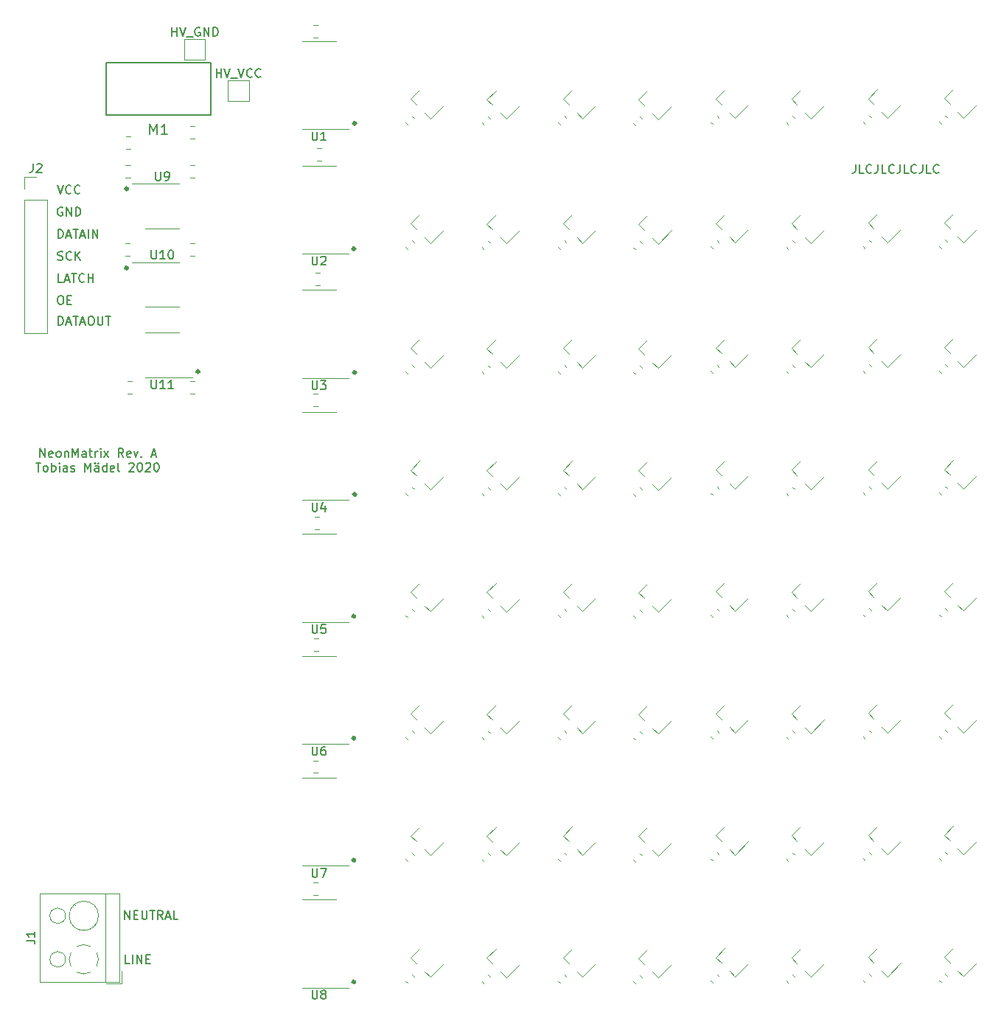
<source format=gto>
%TF.GenerationSoftware,KiCad,Pcbnew,5.1.6*%
%TF.CreationDate,2020-06-23T23:05:21+02:00*%
%TF.ProjectId,NeonMatrix,4e656f6e-4d61-4747-9269-782e6b696361,rev?*%
%TF.SameCoordinates,Original*%
%TF.FileFunction,Legend,Top*%
%TF.FilePolarity,Positive*%
%FSLAX46Y46*%
G04 Gerber Fmt 4.6, Leading zero omitted, Abs format (unit mm)*
G04 Created by KiCad (PCBNEW 5.1.6) date 2020-06-23 23:05:21*
%MOMM*%
%LPD*%
G01*
G04 APERTURE LIST*
%ADD10C,0.400000*%
%ADD11C,0.150000*%
%ADD12C,0.120000*%
G04 APERTURE END LIST*
D10*
X188100000Y-142080000D02*
G75*
G03*
X188100000Y-142080000I-100000J0D01*
G01*
X188100000Y-128080000D02*
G75*
G03*
X188100000Y-128080000I-100000J0D01*
G01*
X188100000Y-114080000D02*
G75*
G03*
X188100000Y-114080000I-100000J0D01*
G01*
X188100000Y-100080000D02*
G75*
G03*
X188100000Y-100080000I-100000J0D01*
G01*
X188200000Y-86080000D02*
G75*
G03*
X188200000Y-86080000I-100000J0D01*
G01*
X188200000Y-72080000D02*
G75*
G03*
X188200000Y-72080000I-100000J0D01*
G01*
X188100000Y-57880000D02*
G75*
G03*
X188100000Y-57880000I-100000J0D01*
G01*
X188200000Y-43480000D02*
G75*
G03*
X188200000Y-43480000I-100000J0D01*
G01*
X162000000Y-50980000D02*
G75*
G03*
X162000000Y-50980000I-100000J0D01*
G01*
X162000000Y-60080000D02*
G75*
G03*
X162000000Y-60080000I-100000J0D01*
G01*
X170200000Y-71980000D02*
G75*
G03*
X170200000Y-71980000I-100000J0D01*
G01*
D11*
X154071428Y-66632380D02*
X154071428Y-65632380D01*
X154309523Y-65632380D01*
X154452380Y-65680000D01*
X154547619Y-65775238D01*
X154595238Y-65870476D01*
X154642857Y-66060952D01*
X154642857Y-66203809D01*
X154595238Y-66394285D01*
X154547619Y-66489523D01*
X154452380Y-66584761D01*
X154309523Y-66632380D01*
X154071428Y-66632380D01*
X155023809Y-66346666D02*
X155500000Y-66346666D01*
X154928571Y-66632380D02*
X155261904Y-65632380D01*
X155595238Y-66632380D01*
X155785714Y-65632380D02*
X156357142Y-65632380D01*
X156071428Y-66632380D02*
X156071428Y-65632380D01*
X156642857Y-66346666D02*
X157119047Y-66346666D01*
X156547619Y-66632380D02*
X156880952Y-65632380D01*
X157214285Y-66632380D01*
X157738095Y-65632380D02*
X157928571Y-65632380D01*
X158023809Y-65680000D01*
X158119047Y-65775238D01*
X158166666Y-65965714D01*
X158166666Y-66299047D01*
X158119047Y-66489523D01*
X158023809Y-66584761D01*
X157928571Y-66632380D01*
X157738095Y-66632380D01*
X157642857Y-66584761D01*
X157547619Y-66489523D01*
X157500000Y-66299047D01*
X157500000Y-65965714D01*
X157547619Y-65775238D01*
X157642857Y-65680000D01*
X157738095Y-65632380D01*
X158595238Y-65632380D02*
X158595238Y-66441904D01*
X158642857Y-66537142D01*
X158690476Y-66584761D01*
X158785714Y-66632380D01*
X158976190Y-66632380D01*
X159071428Y-66584761D01*
X159119047Y-66537142D01*
X159166666Y-66441904D01*
X159166666Y-65632380D01*
X159500000Y-65632380D02*
X160071428Y-65632380D01*
X159785714Y-66632380D02*
X159785714Y-65632380D01*
X151980952Y-81807380D02*
X151980952Y-80807380D01*
X152552380Y-81807380D01*
X152552380Y-80807380D01*
X153409523Y-81759761D02*
X153314285Y-81807380D01*
X153123809Y-81807380D01*
X153028571Y-81759761D01*
X152980952Y-81664523D01*
X152980952Y-81283571D01*
X153028571Y-81188333D01*
X153123809Y-81140714D01*
X153314285Y-81140714D01*
X153409523Y-81188333D01*
X153457142Y-81283571D01*
X153457142Y-81378809D01*
X152980952Y-81474047D01*
X154028571Y-81807380D02*
X153933333Y-81759761D01*
X153885714Y-81712142D01*
X153838095Y-81616904D01*
X153838095Y-81331190D01*
X153885714Y-81235952D01*
X153933333Y-81188333D01*
X154028571Y-81140714D01*
X154171428Y-81140714D01*
X154266666Y-81188333D01*
X154314285Y-81235952D01*
X154361904Y-81331190D01*
X154361904Y-81616904D01*
X154314285Y-81712142D01*
X154266666Y-81759761D01*
X154171428Y-81807380D01*
X154028571Y-81807380D01*
X154790476Y-81140714D02*
X154790476Y-81807380D01*
X154790476Y-81235952D02*
X154838095Y-81188333D01*
X154933333Y-81140714D01*
X155076190Y-81140714D01*
X155171428Y-81188333D01*
X155219047Y-81283571D01*
X155219047Y-81807380D01*
X155695238Y-81807380D02*
X155695238Y-80807380D01*
X156028571Y-81521666D01*
X156361904Y-80807380D01*
X156361904Y-81807380D01*
X157266666Y-81807380D02*
X157266666Y-81283571D01*
X157219047Y-81188333D01*
X157123809Y-81140714D01*
X156933333Y-81140714D01*
X156838095Y-81188333D01*
X157266666Y-81759761D02*
X157171428Y-81807380D01*
X156933333Y-81807380D01*
X156838095Y-81759761D01*
X156790476Y-81664523D01*
X156790476Y-81569285D01*
X156838095Y-81474047D01*
X156933333Y-81426428D01*
X157171428Y-81426428D01*
X157266666Y-81378809D01*
X157600000Y-81140714D02*
X157980952Y-81140714D01*
X157742857Y-80807380D02*
X157742857Y-81664523D01*
X157790476Y-81759761D01*
X157885714Y-81807380D01*
X157980952Y-81807380D01*
X158314285Y-81807380D02*
X158314285Y-81140714D01*
X158314285Y-81331190D02*
X158361904Y-81235952D01*
X158409523Y-81188333D01*
X158504761Y-81140714D01*
X158600000Y-81140714D01*
X158933333Y-81807380D02*
X158933333Y-81140714D01*
X158933333Y-80807380D02*
X158885714Y-80855000D01*
X158933333Y-80902619D01*
X158980952Y-80855000D01*
X158933333Y-80807380D01*
X158933333Y-80902619D01*
X159314285Y-81807380D02*
X159838095Y-81140714D01*
X159314285Y-81140714D02*
X159838095Y-81807380D01*
X161552380Y-81807380D02*
X161219047Y-81331190D01*
X160980952Y-81807380D02*
X160980952Y-80807380D01*
X161361904Y-80807380D01*
X161457142Y-80855000D01*
X161504761Y-80902619D01*
X161552380Y-80997857D01*
X161552380Y-81140714D01*
X161504761Y-81235952D01*
X161457142Y-81283571D01*
X161361904Y-81331190D01*
X160980952Y-81331190D01*
X162361904Y-81759761D02*
X162266666Y-81807380D01*
X162076190Y-81807380D01*
X161980952Y-81759761D01*
X161933333Y-81664523D01*
X161933333Y-81283571D01*
X161980952Y-81188333D01*
X162076190Y-81140714D01*
X162266666Y-81140714D01*
X162361904Y-81188333D01*
X162409523Y-81283571D01*
X162409523Y-81378809D01*
X161933333Y-81474047D01*
X162742857Y-81140714D02*
X162980952Y-81807380D01*
X163219047Y-81140714D01*
X163600000Y-81712142D02*
X163647619Y-81759761D01*
X163600000Y-81807380D01*
X163552380Y-81759761D01*
X163600000Y-81712142D01*
X163600000Y-81807380D01*
X164790476Y-81521666D02*
X165266666Y-81521666D01*
X164695238Y-81807380D02*
X165028571Y-80807380D01*
X165361904Y-81807380D01*
X151480952Y-82457380D02*
X152052380Y-82457380D01*
X151766666Y-83457380D02*
X151766666Y-82457380D01*
X152528571Y-83457380D02*
X152433333Y-83409761D01*
X152385714Y-83362142D01*
X152338095Y-83266904D01*
X152338095Y-82981190D01*
X152385714Y-82885952D01*
X152433333Y-82838333D01*
X152528571Y-82790714D01*
X152671428Y-82790714D01*
X152766666Y-82838333D01*
X152814285Y-82885952D01*
X152861904Y-82981190D01*
X152861904Y-83266904D01*
X152814285Y-83362142D01*
X152766666Y-83409761D01*
X152671428Y-83457380D01*
X152528571Y-83457380D01*
X153290476Y-83457380D02*
X153290476Y-82457380D01*
X153290476Y-82838333D02*
X153385714Y-82790714D01*
X153576190Y-82790714D01*
X153671428Y-82838333D01*
X153719047Y-82885952D01*
X153766666Y-82981190D01*
X153766666Y-83266904D01*
X153719047Y-83362142D01*
X153671428Y-83409761D01*
X153576190Y-83457380D01*
X153385714Y-83457380D01*
X153290476Y-83409761D01*
X154195238Y-83457380D02*
X154195238Y-82790714D01*
X154195238Y-82457380D02*
X154147619Y-82505000D01*
X154195238Y-82552619D01*
X154242857Y-82505000D01*
X154195238Y-82457380D01*
X154195238Y-82552619D01*
X155100000Y-83457380D02*
X155100000Y-82933571D01*
X155052380Y-82838333D01*
X154957142Y-82790714D01*
X154766666Y-82790714D01*
X154671428Y-82838333D01*
X155100000Y-83409761D02*
X155004761Y-83457380D01*
X154766666Y-83457380D01*
X154671428Y-83409761D01*
X154623809Y-83314523D01*
X154623809Y-83219285D01*
X154671428Y-83124047D01*
X154766666Y-83076428D01*
X155004761Y-83076428D01*
X155100000Y-83028809D01*
X155528571Y-83409761D02*
X155623809Y-83457380D01*
X155814285Y-83457380D01*
X155909523Y-83409761D01*
X155957142Y-83314523D01*
X155957142Y-83266904D01*
X155909523Y-83171666D01*
X155814285Y-83124047D01*
X155671428Y-83124047D01*
X155576190Y-83076428D01*
X155528571Y-82981190D01*
X155528571Y-82933571D01*
X155576190Y-82838333D01*
X155671428Y-82790714D01*
X155814285Y-82790714D01*
X155909523Y-82838333D01*
X157147619Y-83457380D02*
X157147619Y-82457380D01*
X157480952Y-83171666D01*
X157814285Y-82457380D01*
X157814285Y-83457380D01*
X158719047Y-83457380D02*
X158719047Y-82933571D01*
X158671428Y-82838333D01*
X158576190Y-82790714D01*
X158385714Y-82790714D01*
X158290476Y-82838333D01*
X158719047Y-83409761D02*
X158623809Y-83457380D01*
X158385714Y-83457380D01*
X158290476Y-83409761D01*
X158242857Y-83314523D01*
X158242857Y-83219285D01*
X158290476Y-83124047D01*
X158385714Y-83076428D01*
X158623809Y-83076428D01*
X158719047Y-83028809D01*
X158290476Y-82457380D02*
X158338095Y-82505000D01*
X158290476Y-82552619D01*
X158242857Y-82505000D01*
X158290476Y-82457380D01*
X158290476Y-82552619D01*
X158671428Y-82457380D02*
X158719047Y-82505000D01*
X158671428Y-82552619D01*
X158623809Y-82505000D01*
X158671428Y-82457380D01*
X158671428Y-82552619D01*
X159623809Y-83457380D02*
X159623809Y-82457380D01*
X159623809Y-83409761D02*
X159528571Y-83457380D01*
X159338095Y-83457380D01*
X159242857Y-83409761D01*
X159195238Y-83362142D01*
X159147619Y-83266904D01*
X159147619Y-82981190D01*
X159195238Y-82885952D01*
X159242857Y-82838333D01*
X159338095Y-82790714D01*
X159528571Y-82790714D01*
X159623809Y-82838333D01*
X160480952Y-83409761D02*
X160385714Y-83457380D01*
X160195238Y-83457380D01*
X160100000Y-83409761D01*
X160052380Y-83314523D01*
X160052380Y-82933571D01*
X160100000Y-82838333D01*
X160195238Y-82790714D01*
X160385714Y-82790714D01*
X160480952Y-82838333D01*
X160528571Y-82933571D01*
X160528571Y-83028809D01*
X160052380Y-83124047D01*
X161100000Y-83457380D02*
X161004761Y-83409761D01*
X160957142Y-83314523D01*
X160957142Y-82457380D01*
X162195238Y-82552619D02*
X162242857Y-82505000D01*
X162338095Y-82457380D01*
X162576190Y-82457380D01*
X162671428Y-82505000D01*
X162719047Y-82552619D01*
X162766666Y-82647857D01*
X162766666Y-82743095D01*
X162719047Y-82885952D01*
X162147619Y-83457380D01*
X162766666Y-83457380D01*
X163385714Y-82457380D02*
X163480952Y-82457380D01*
X163576190Y-82505000D01*
X163623809Y-82552619D01*
X163671428Y-82647857D01*
X163719047Y-82838333D01*
X163719047Y-83076428D01*
X163671428Y-83266904D01*
X163623809Y-83362142D01*
X163576190Y-83409761D01*
X163480952Y-83457380D01*
X163385714Y-83457380D01*
X163290476Y-83409761D01*
X163242857Y-83362142D01*
X163195238Y-83266904D01*
X163147619Y-83076428D01*
X163147619Y-82838333D01*
X163195238Y-82647857D01*
X163242857Y-82552619D01*
X163290476Y-82505000D01*
X163385714Y-82457380D01*
X164100000Y-82552619D02*
X164147619Y-82505000D01*
X164242857Y-82457380D01*
X164480952Y-82457380D01*
X164576190Y-82505000D01*
X164623809Y-82552619D01*
X164671428Y-82647857D01*
X164671428Y-82743095D01*
X164623809Y-82885952D01*
X164052380Y-83457380D01*
X164671428Y-83457380D01*
X165290476Y-82457380D02*
X165385714Y-82457380D01*
X165480952Y-82505000D01*
X165528571Y-82552619D01*
X165576190Y-82647857D01*
X165623809Y-82838333D01*
X165623809Y-83076428D01*
X165576190Y-83266904D01*
X165528571Y-83362142D01*
X165480952Y-83409761D01*
X165385714Y-83457380D01*
X165290476Y-83457380D01*
X165195238Y-83409761D01*
X165147619Y-83362142D01*
X165100000Y-83266904D01*
X165052380Y-83076428D01*
X165052380Y-82838333D01*
X165100000Y-82647857D01*
X165147619Y-82552619D01*
X165195238Y-82505000D01*
X165290476Y-82457380D01*
X162269238Y-139970380D02*
X161793047Y-139970380D01*
X161793047Y-138970380D01*
X162602571Y-139970380D02*
X162602571Y-138970380D01*
X163078761Y-139970380D02*
X163078761Y-138970380D01*
X163650190Y-139970380D01*
X163650190Y-138970380D01*
X164126380Y-139446571D02*
X164459714Y-139446571D01*
X164602571Y-139970380D02*
X164126380Y-139970380D01*
X164126380Y-138970380D01*
X164602571Y-138970380D01*
X161721809Y-134890380D02*
X161721809Y-133890380D01*
X162293238Y-134890380D01*
X162293238Y-133890380D01*
X162769428Y-134366571D02*
X163102761Y-134366571D01*
X163245619Y-134890380D02*
X162769428Y-134890380D01*
X162769428Y-133890380D01*
X163245619Y-133890380D01*
X163674190Y-133890380D02*
X163674190Y-134699904D01*
X163721809Y-134795142D01*
X163769428Y-134842761D01*
X163864666Y-134890380D01*
X164055142Y-134890380D01*
X164150380Y-134842761D01*
X164198000Y-134795142D01*
X164245619Y-134699904D01*
X164245619Y-133890380D01*
X164578952Y-133890380D02*
X165150380Y-133890380D01*
X164864666Y-134890380D02*
X164864666Y-133890380D01*
X166055142Y-134890380D02*
X165721809Y-134414190D01*
X165483714Y-134890380D02*
X165483714Y-133890380D01*
X165864666Y-133890380D01*
X165959904Y-133938000D01*
X166007523Y-133985619D01*
X166055142Y-134080857D01*
X166055142Y-134223714D01*
X166007523Y-134318952D01*
X165959904Y-134366571D01*
X165864666Y-134414190D01*
X165483714Y-134414190D01*
X166436095Y-134604666D02*
X166912285Y-134604666D01*
X166340857Y-134890380D02*
X166674190Y-133890380D01*
X167007523Y-134890380D01*
X167817047Y-134890380D02*
X167340857Y-134890380D01*
X167340857Y-133890380D01*
X154244380Y-63278380D02*
X154434857Y-63278380D01*
X154530095Y-63326000D01*
X154625333Y-63421238D01*
X154672952Y-63611714D01*
X154672952Y-63945047D01*
X154625333Y-64135523D01*
X154530095Y-64230761D01*
X154434857Y-64278380D01*
X154244380Y-64278380D01*
X154149142Y-64230761D01*
X154053904Y-64135523D01*
X154006285Y-63945047D01*
X154006285Y-63611714D01*
X154053904Y-63421238D01*
X154149142Y-63326000D01*
X154244380Y-63278380D01*
X155101523Y-63754571D02*
X155434857Y-63754571D01*
X155577714Y-64278380D02*
X155101523Y-64278380D01*
X155101523Y-63278380D01*
X155577714Y-63278380D01*
X154538190Y-61738380D02*
X154062000Y-61738380D01*
X154062000Y-60738380D01*
X154823904Y-61452666D02*
X155300095Y-61452666D01*
X154728666Y-61738380D02*
X155062000Y-60738380D01*
X155395333Y-61738380D01*
X155585809Y-60738380D02*
X156157238Y-60738380D01*
X155871523Y-61738380D02*
X155871523Y-60738380D01*
X157062000Y-61643142D02*
X157014380Y-61690761D01*
X156871523Y-61738380D01*
X156776285Y-61738380D01*
X156633428Y-61690761D01*
X156538190Y-61595523D01*
X156490571Y-61500285D01*
X156442952Y-61309809D01*
X156442952Y-61166952D01*
X156490571Y-60976476D01*
X156538190Y-60881238D01*
X156633428Y-60786000D01*
X156776285Y-60738380D01*
X156871523Y-60738380D01*
X157014380Y-60786000D01*
X157062000Y-60833619D01*
X157490571Y-61738380D02*
X157490571Y-60738380D01*
X157490571Y-61214571D02*
X158062000Y-61214571D01*
X158062000Y-61738380D02*
X158062000Y-60738380D01*
X154014285Y-59150761D02*
X154157142Y-59198380D01*
X154395238Y-59198380D01*
X154490476Y-59150761D01*
X154538095Y-59103142D01*
X154585714Y-59007904D01*
X154585714Y-58912666D01*
X154538095Y-58817428D01*
X154490476Y-58769809D01*
X154395238Y-58722190D01*
X154204761Y-58674571D01*
X154109523Y-58626952D01*
X154061904Y-58579333D01*
X154014285Y-58484095D01*
X154014285Y-58388857D01*
X154061904Y-58293619D01*
X154109523Y-58246000D01*
X154204761Y-58198380D01*
X154442857Y-58198380D01*
X154585714Y-58246000D01*
X155585714Y-59103142D02*
X155538095Y-59150761D01*
X155395238Y-59198380D01*
X155300000Y-59198380D01*
X155157142Y-59150761D01*
X155061904Y-59055523D01*
X155014285Y-58960285D01*
X154966666Y-58769809D01*
X154966666Y-58626952D01*
X155014285Y-58436476D01*
X155061904Y-58341238D01*
X155157142Y-58246000D01*
X155300000Y-58198380D01*
X155395238Y-58198380D01*
X155538095Y-58246000D01*
X155585714Y-58293619D01*
X156014285Y-59198380D02*
X156014285Y-58198380D01*
X156585714Y-59198380D02*
X156157142Y-58626952D01*
X156585714Y-58198380D02*
X156014285Y-58769809D01*
X154054095Y-56658380D02*
X154054095Y-55658380D01*
X154292190Y-55658380D01*
X154435047Y-55706000D01*
X154530285Y-55801238D01*
X154577904Y-55896476D01*
X154625523Y-56086952D01*
X154625523Y-56229809D01*
X154577904Y-56420285D01*
X154530285Y-56515523D01*
X154435047Y-56610761D01*
X154292190Y-56658380D01*
X154054095Y-56658380D01*
X155006476Y-56372666D02*
X155482666Y-56372666D01*
X154911238Y-56658380D02*
X155244571Y-55658380D01*
X155577904Y-56658380D01*
X155768380Y-55658380D02*
X156339809Y-55658380D01*
X156054095Y-56658380D02*
X156054095Y-55658380D01*
X156625523Y-56372666D02*
X157101714Y-56372666D01*
X156530285Y-56658380D02*
X156863619Y-55658380D01*
X157196952Y-56658380D01*
X157530285Y-56658380D02*
X157530285Y-55658380D01*
X158006476Y-56658380D02*
X158006476Y-55658380D01*
X158577904Y-56658380D01*
X158577904Y-55658380D01*
X153966666Y-50578380D02*
X154300000Y-51578380D01*
X154633333Y-50578380D01*
X155538095Y-51483142D02*
X155490476Y-51530761D01*
X155347619Y-51578380D01*
X155252380Y-51578380D01*
X155109523Y-51530761D01*
X155014285Y-51435523D01*
X154966666Y-51340285D01*
X154919047Y-51149809D01*
X154919047Y-51006952D01*
X154966666Y-50816476D01*
X155014285Y-50721238D01*
X155109523Y-50626000D01*
X155252380Y-50578380D01*
X155347619Y-50578380D01*
X155490476Y-50626000D01*
X155538095Y-50673619D01*
X156538095Y-51483142D02*
X156490476Y-51530761D01*
X156347619Y-51578380D01*
X156252380Y-51578380D01*
X156109523Y-51530761D01*
X156014285Y-51435523D01*
X155966666Y-51340285D01*
X155919047Y-51149809D01*
X155919047Y-51006952D01*
X155966666Y-50816476D01*
X156014285Y-50721238D01*
X156109523Y-50626000D01*
X156252380Y-50578380D01*
X156347619Y-50578380D01*
X156490476Y-50626000D01*
X156538095Y-50673619D01*
X154538095Y-53166000D02*
X154442857Y-53118380D01*
X154300000Y-53118380D01*
X154157142Y-53166000D01*
X154061904Y-53261238D01*
X154014285Y-53356476D01*
X153966666Y-53546952D01*
X153966666Y-53689809D01*
X154014285Y-53880285D01*
X154061904Y-53975523D01*
X154157142Y-54070761D01*
X154300000Y-54118380D01*
X154395238Y-54118380D01*
X154538095Y-54070761D01*
X154585714Y-54023142D01*
X154585714Y-53689809D01*
X154395238Y-53689809D01*
X155014285Y-54118380D02*
X155014285Y-53118380D01*
X155585714Y-54118380D01*
X155585714Y-53118380D01*
X156061904Y-54118380D02*
X156061904Y-53118380D01*
X156300000Y-53118380D01*
X156442857Y-53166000D01*
X156538095Y-53261238D01*
X156585714Y-53356476D01*
X156633333Y-53546952D01*
X156633333Y-53689809D01*
X156585714Y-53880285D01*
X156538095Y-53975523D01*
X156442857Y-54070761D01*
X156300000Y-54118380D01*
X156061904Y-54118380D01*
X245630952Y-48182380D02*
X245630952Y-48896666D01*
X245583333Y-49039523D01*
X245488095Y-49134761D01*
X245345238Y-49182380D01*
X245250000Y-49182380D01*
X246583333Y-49182380D02*
X246107142Y-49182380D01*
X246107142Y-48182380D01*
X247488095Y-49087142D02*
X247440476Y-49134761D01*
X247297619Y-49182380D01*
X247202380Y-49182380D01*
X247059523Y-49134761D01*
X246964285Y-49039523D01*
X246916666Y-48944285D01*
X246869047Y-48753809D01*
X246869047Y-48610952D01*
X246916666Y-48420476D01*
X246964285Y-48325238D01*
X247059523Y-48230000D01*
X247202380Y-48182380D01*
X247297619Y-48182380D01*
X247440476Y-48230000D01*
X247488095Y-48277619D01*
X248202380Y-48182380D02*
X248202380Y-48896666D01*
X248154761Y-49039523D01*
X248059523Y-49134761D01*
X247916666Y-49182380D01*
X247821428Y-49182380D01*
X249154761Y-49182380D02*
X248678571Y-49182380D01*
X248678571Y-48182380D01*
X250059523Y-49087142D02*
X250011904Y-49134761D01*
X249869047Y-49182380D01*
X249773809Y-49182380D01*
X249630952Y-49134761D01*
X249535714Y-49039523D01*
X249488095Y-48944285D01*
X249440476Y-48753809D01*
X249440476Y-48610952D01*
X249488095Y-48420476D01*
X249535714Y-48325238D01*
X249630952Y-48230000D01*
X249773809Y-48182380D01*
X249869047Y-48182380D01*
X250011904Y-48230000D01*
X250059523Y-48277619D01*
X250773809Y-48182380D02*
X250773809Y-48896666D01*
X250726190Y-49039523D01*
X250630952Y-49134761D01*
X250488095Y-49182380D01*
X250392857Y-49182380D01*
X251726190Y-49182380D02*
X251250000Y-49182380D01*
X251250000Y-48182380D01*
X252630952Y-49087142D02*
X252583333Y-49134761D01*
X252440476Y-49182380D01*
X252345238Y-49182380D01*
X252202380Y-49134761D01*
X252107142Y-49039523D01*
X252059523Y-48944285D01*
X252011904Y-48753809D01*
X252011904Y-48610952D01*
X252059523Y-48420476D01*
X252107142Y-48325238D01*
X252202380Y-48230000D01*
X252345238Y-48182380D01*
X252440476Y-48182380D01*
X252583333Y-48230000D01*
X252630952Y-48277619D01*
X253345238Y-48182380D02*
X253345238Y-48896666D01*
X253297619Y-49039523D01*
X253202380Y-49134761D01*
X253059523Y-49182380D01*
X252964285Y-49182380D01*
X254297619Y-49182380D02*
X253821428Y-49182380D01*
X253821428Y-48182380D01*
X255202380Y-49087142D02*
X255154761Y-49134761D01*
X255011904Y-49182380D01*
X254916666Y-49182380D01*
X254773809Y-49134761D01*
X254678571Y-49039523D01*
X254630952Y-48944285D01*
X254583333Y-48753809D01*
X254583333Y-48610952D01*
X254630952Y-48420476D01*
X254678571Y-48325238D01*
X254773809Y-48230000D01*
X254916666Y-48182380D01*
X255011904Y-48182380D01*
X255154761Y-48230000D01*
X255202380Y-48277619D01*
D12*
%TO.C,C16*%
X169241422Y-73070000D02*
X169758578Y-73070000D01*
X169241422Y-74490000D02*
X169758578Y-74490000D01*
%TO.C,C15*%
X162558578Y-74490000D02*
X162041422Y-74490000D01*
X162558578Y-73070000D02*
X162041422Y-73070000D01*
%TO.C,U11*%
X166000000Y-67520000D02*
X164050000Y-67520000D01*
X166000000Y-67520000D02*
X167950000Y-67520000D01*
X166000000Y-72640000D02*
X164050000Y-72640000D01*
X166000000Y-72640000D02*
X169450000Y-72640000D01*
%TO.C,J2*%
X150170000Y-67550000D02*
X152830000Y-67550000D01*
X150170000Y-52250000D02*
X150170000Y-67550000D01*
X152830000Y-52250000D02*
X152830000Y-67550000D01*
X150170000Y-52250000D02*
X152830000Y-52250000D01*
X150170000Y-50980000D02*
X150170000Y-49650000D01*
X150170000Y-49650000D02*
X151500000Y-49650000D01*
%TO.C,C14*%
X162358578Y-46390000D02*
X161841422Y-46390000D01*
X162358578Y-44970000D02*
X161841422Y-44970000D01*
%TO.C,HV_GND*%
X168550000Y-36180000D02*
X168550000Y-33780000D01*
X170950000Y-36180000D02*
X168550000Y-36180000D01*
X170950000Y-33780000D02*
X170950000Y-36180000D01*
X168550000Y-33780000D02*
X170950000Y-33780000D01*
%TO.C,HV_VCC*%
X173550000Y-40930000D02*
X173550000Y-38530000D01*
X175950000Y-40930000D02*
X173550000Y-40930000D01*
X175950000Y-38530000D02*
X175950000Y-40930000D01*
X173550000Y-38530000D02*
X175950000Y-38530000D01*
%TO.C,U1*%
X184000000Y-34020000D02*
X182050000Y-34020000D01*
X184000000Y-34020000D02*
X185950000Y-34020000D01*
X184000000Y-44140000D02*
X182050000Y-44140000D01*
X184000000Y-44140000D02*
X187450000Y-44140000D01*
%TO.C,C5*%
X169241422Y-45190000D02*
X169758578Y-45190000D01*
X169241422Y-43770000D02*
X169758578Y-43770000D01*
%TO.C,C4*%
X169241422Y-49690000D02*
X169758578Y-49690000D01*
X169241422Y-48270000D02*
X169758578Y-48270000D01*
%TO.C,U10*%
X166000000Y-59420000D02*
X162550000Y-59420000D01*
X166000000Y-59420000D02*
X167950000Y-59420000D01*
X166000000Y-64540000D02*
X164050000Y-64540000D01*
X166000000Y-64540000D02*
X167950000Y-64540000D01*
%TO.C,U9*%
X166000000Y-50420000D02*
X162550000Y-50420000D01*
X166000000Y-50420000D02*
X167950000Y-50420000D01*
X166000000Y-55540000D02*
X164050000Y-55540000D01*
X166000000Y-55540000D02*
X167950000Y-55540000D01*
D11*
%TO.C,M1*%
X159560000Y-42510000D02*
X159560000Y-36510000D01*
X159560000Y-36510000D02*
X171560000Y-36510000D01*
X171560000Y-36510000D02*
X171560000Y-42510000D01*
X171560000Y-42510000D02*
X159560000Y-42510000D01*
D12*
%TO.C,J1*%
X161300000Y-142280000D02*
X161300000Y-140780000D01*
X159560000Y-142280000D02*
X161300000Y-142280000D01*
X157976000Y-135660000D02*
X158069000Y-135754000D01*
X155725000Y-133410000D02*
X155784000Y-133469000D01*
X158216000Y-135490000D02*
X158274000Y-135549000D01*
X155931000Y-133205000D02*
X156024000Y-133299000D01*
X151940000Y-131920000D02*
X161060000Y-131920000D01*
X151940000Y-142040000D02*
X161060000Y-142040000D01*
X161060000Y-142040000D02*
X161060000Y-131920000D01*
X151940000Y-142040000D02*
X151940000Y-131920000D01*
X159500000Y-142040000D02*
X159500000Y-131920000D01*
X154900000Y-134480000D02*
G75*
G03*
X154900000Y-134480000I-900000J0D01*
G01*
X158680000Y-134480000D02*
G75*
G03*
X158680000Y-134480000I-1680000J0D01*
G01*
X154900000Y-139480000D02*
G75*
G03*
X154900000Y-139480000I-900000J0D01*
G01*
X158680450Y-139450617D02*
G75*
G02*
X158484000Y-140269000I-1680450J-29383D01*
G01*
X157789088Y-140963953D02*
G75*
G02*
X156211000Y-140964000I-789088J1483953D01*
G01*
X155516047Y-140269088D02*
G75*
G02*
X155516000Y-138691000I1483953J789088D01*
G01*
X156210912Y-137996047D02*
G75*
G02*
X157789000Y-137996000I789088J-1483953D01*
G01*
X158483352Y-138691288D02*
G75*
G02*
X158680000Y-139480000I-1483352J-788712D01*
G01*
%TO.C,C13*%
X183341422Y-75970000D02*
X183858578Y-75970000D01*
X183341422Y-74550000D02*
X183858578Y-74550000D01*
%TO.C,C12*%
X183541422Y-90070000D02*
X184058578Y-90070000D01*
X183541422Y-88650000D02*
X184058578Y-88650000D01*
%TO.C,C11*%
X183641422Y-62070000D02*
X184158578Y-62070000D01*
X183641422Y-60650000D02*
X184158578Y-60650000D01*
%TO.C,C10*%
X183441422Y-104070000D02*
X183958578Y-104070000D01*
X183441422Y-102650000D02*
X183958578Y-102650000D01*
%TO.C,C9*%
X183741422Y-47770000D02*
X184258578Y-47770000D01*
X183741422Y-46350000D02*
X184258578Y-46350000D01*
%TO.C,C8*%
X183341422Y-118070000D02*
X183858578Y-118070000D01*
X183341422Y-116650000D02*
X183858578Y-116650000D01*
%TO.C,C7*%
X183341422Y-33590000D02*
X183858578Y-33590000D01*
X183341422Y-32170000D02*
X183858578Y-32170000D01*
%TO.C,C6*%
X183341422Y-132070000D02*
X183858578Y-132070000D01*
X183341422Y-130650000D02*
X183858578Y-130650000D01*
%TO.C,C3*%
X169241422Y-58690000D02*
X169758578Y-58690000D01*
X169241422Y-57270000D02*
X169758578Y-57270000D01*
%TO.C,C2*%
X162258578Y-57270000D02*
X161741422Y-57270000D01*
X162258578Y-58690000D02*
X161741422Y-58690000D01*
%TO.C,C1*%
X162321077Y-48270000D02*
X161803921Y-48270000D01*
X162321077Y-49690000D02*
X161803921Y-49690000D01*
%TO.C,R128*%
X255949015Y-141156865D02*
X256179220Y-141387070D01*
X255227766Y-141878114D02*
X255457971Y-142108319D01*
%TO.C,R126*%
X247218434Y-141168996D02*
X247448639Y-141399201D01*
X246497185Y-141890245D02*
X246727390Y-142120450D01*
%TO.C,R124*%
X238405547Y-141229549D02*
X238635752Y-141459754D01*
X237684298Y-141950798D02*
X237914503Y-142181003D01*
%TO.C,R122*%
X229712796Y-141200188D02*
X229943001Y-141430393D01*
X228991547Y-141921437D02*
X229221752Y-142151642D01*
%TO.C,R120*%
X220845927Y-141308407D02*
X221076132Y-141538612D01*
X220124678Y-142029656D02*
X220354883Y-142259861D01*
%TO.C,R118*%
X212189395Y-141238667D02*
X212419600Y-141468872D01*
X211468146Y-141959916D02*
X211698351Y-142190121D01*
%TO.C,R116*%
X203427837Y-141265981D02*
X203658042Y-141496186D01*
X202706588Y-141987230D02*
X202936793Y-142217435D01*
%TO.C,R114*%
X194688675Y-141247426D02*
X194918880Y-141477631D01*
X193967426Y-141968675D02*
X194197631Y-142198880D01*
%TO.C,R112*%
X255949015Y-127156865D02*
X256179220Y-127387070D01*
X255227766Y-127878114D02*
X255457971Y-128108319D01*
%TO.C,R110*%
X247218434Y-127168996D02*
X247448639Y-127399201D01*
X246497185Y-127890245D02*
X246727390Y-128120450D01*
%TO.C,R108*%
X238405547Y-127229549D02*
X238635752Y-127459754D01*
X237684298Y-127950798D02*
X237914503Y-128181003D01*
%TO.C,R106*%
X229712796Y-127200188D02*
X229943001Y-127430393D01*
X228991547Y-127921437D02*
X229221752Y-128151642D01*
%TO.C,R104*%
X220845927Y-127308407D02*
X221076132Y-127538612D01*
X220124678Y-128029656D02*
X220354883Y-128259861D01*
%TO.C,R102*%
X212189395Y-127238667D02*
X212419600Y-127468872D01*
X211468146Y-127959916D02*
X211698351Y-128190121D01*
%TO.C,R100*%
X203427837Y-127265981D02*
X203658042Y-127496186D01*
X202706588Y-127987230D02*
X202936793Y-128217435D01*
%TO.C,R98*%
X194688675Y-127247426D02*
X194918880Y-127477631D01*
X193967426Y-127968675D02*
X194197631Y-128198880D01*
%TO.C,R96*%
X255949015Y-113156865D02*
X256179220Y-113387070D01*
X255227766Y-113878114D02*
X255457971Y-114108319D01*
%TO.C,R94*%
X247218434Y-113168996D02*
X247448639Y-113399201D01*
X246497185Y-113890245D02*
X246727390Y-114120450D01*
%TO.C,R92*%
X238405547Y-113229549D02*
X238635752Y-113459754D01*
X237684298Y-113950798D02*
X237914503Y-114181003D01*
%TO.C,R90*%
X229712796Y-113200188D02*
X229943001Y-113430393D01*
X228991547Y-113921437D02*
X229221752Y-114151642D01*
%TO.C,R88*%
X220845927Y-113308407D02*
X221076132Y-113538612D01*
X220124678Y-114029656D02*
X220354883Y-114259861D01*
%TO.C,R86*%
X212189395Y-113238667D02*
X212419600Y-113468872D01*
X211468146Y-113959916D02*
X211698351Y-114190121D01*
%TO.C,R84*%
X203427837Y-113265981D02*
X203658042Y-113496186D01*
X202706588Y-113987230D02*
X202936793Y-114217435D01*
%TO.C,R82*%
X194688675Y-113247426D02*
X194918880Y-113477631D01*
X193967426Y-113968675D02*
X194197631Y-114198880D01*
%TO.C,R80*%
X255949015Y-99156865D02*
X256179220Y-99387070D01*
X255227766Y-99878114D02*
X255457971Y-100108319D01*
%TO.C,R78*%
X247218434Y-99168996D02*
X247448639Y-99399201D01*
X246497185Y-99890245D02*
X246727390Y-100120450D01*
%TO.C,R76*%
X238405547Y-99229549D02*
X238635752Y-99459754D01*
X237684298Y-99950798D02*
X237914503Y-100181003D01*
%TO.C,R74*%
X229712796Y-99200188D02*
X229943001Y-99430393D01*
X228991547Y-99921437D02*
X229221752Y-100151642D01*
%TO.C,R72*%
X220845927Y-99308407D02*
X221076132Y-99538612D01*
X220124678Y-100029656D02*
X220354883Y-100259861D01*
%TO.C,R70*%
X212189395Y-99238667D02*
X212419600Y-99468872D01*
X211468146Y-99959916D02*
X211698351Y-100190121D01*
%TO.C,R68*%
X203427837Y-99265981D02*
X203658042Y-99496186D01*
X202706588Y-99987230D02*
X202936793Y-100217435D01*
%TO.C,R66*%
X194688675Y-99247426D02*
X194918880Y-99477631D01*
X193967426Y-99968675D02*
X194197631Y-100198880D01*
%TO.C,R64*%
X255949015Y-85156865D02*
X256179220Y-85387070D01*
X255227766Y-85878114D02*
X255457971Y-86108319D01*
%TO.C,R62*%
X247218434Y-85168996D02*
X247448639Y-85399201D01*
X246497185Y-85890245D02*
X246727390Y-86120450D01*
%TO.C,R60*%
X238405547Y-85229549D02*
X238635752Y-85459754D01*
X237684298Y-85950798D02*
X237914503Y-86181003D01*
%TO.C,R58*%
X229712796Y-85200188D02*
X229943001Y-85430393D01*
X228991547Y-85921437D02*
X229221752Y-86151642D01*
%TO.C,R56*%
X220845927Y-85308407D02*
X221076132Y-85538612D01*
X220124678Y-86029656D02*
X220354883Y-86259861D01*
%TO.C,R54*%
X212189395Y-85238667D02*
X212419600Y-85468872D01*
X211468146Y-85959916D02*
X211698351Y-86190121D01*
%TO.C,R52*%
X203427837Y-85265981D02*
X203658042Y-85496186D01*
X202706588Y-85987230D02*
X202936793Y-86217435D01*
%TO.C,R50*%
X194688675Y-85247426D02*
X194918880Y-85477631D01*
X193967426Y-85968675D02*
X194197631Y-86198880D01*
%TO.C,R48*%
X255949015Y-71156865D02*
X256179220Y-71387070D01*
X255227766Y-71878114D02*
X255457971Y-72108319D01*
%TO.C,R46*%
X247218434Y-71168996D02*
X247448639Y-71399201D01*
X246497185Y-71890245D02*
X246727390Y-72120450D01*
%TO.C,R44*%
X238405547Y-71229549D02*
X238635752Y-71459754D01*
X237684298Y-71950798D02*
X237914503Y-72181003D01*
%TO.C,R42*%
X229712796Y-71200188D02*
X229943001Y-71430393D01*
X228991547Y-71921437D02*
X229221752Y-72151642D01*
%TO.C,R40*%
X220845927Y-71308407D02*
X221076132Y-71538612D01*
X220124678Y-72029656D02*
X220354883Y-72259861D01*
%TO.C,R38*%
X212189395Y-71238667D02*
X212419600Y-71468872D01*
X211468146Y-71959916D02*
X211698351Y-72190121D01*
%TO.C,R36*%
X203427837Y-71265981D02*
X203658042Y-71496186D01*
X202706588Y-71987230D02*
X202936793Y-72217435D01*
%TO.C,R34*%
X194688675Y-71247426D02*
X194918880Y-71477631D01*
X193967426Y-71968675D02*
X194197631Y-72198880D01*
%TO.C,R32*%
X255949015Y-56856865D02*
X256179220Y-57087070D01*
X255227766Y-57578114D02*
X255457971Y-57808319D01*
%TO.C,R30*%
X247218434Y-56868996D02*
X247448639Y-57099201D01*
X246497185Y-57590245D02*
X246727390Y-57820450D01*
%TO.C,R28*%
X238405547Y-56929549D02*
X238635752Y-57159754D01*
X237684298Y-57650798D02*
X237914503Y-57881003D01*
%TO.C,R26*%
X229712796Y-56900188D02*
X229943001Y-57130393D01*
X228991547Y-57621437D02*
X229221752Y-57851642D01*
%TO.C,R24*%
X220845927Y-57008407D02*
X221076132Y-57238612D01*
X220124678Y-57729656D02*
X220354883Y-57959861D01*
%TO.C,R22*%
X212189395Y-56938667D02*
X212419600Y-57168872D01*
X211468146Y-57659916D02*
X211698351Y-57890121D01*
%TO.C,R20*%
X203427837Y-56965981D02*
X203658042Y-57196186D01*
X202706588Y-57687230D02*
X202936793Y-57917435D01*
%TO.C,R18*%
X194688675Y-56947426D02*
X194918880Y-57177631D01*
X193967426Y-57668675D02*
X194197631Y-57898880D01*
%TO.C,D64*%
X255812816Y-139202503D02*
X256470425Y-139860113D01*
X258047274Y-141436961D02*
X257389664Y-140779352D01*
X258047274Y-141436961D02*
X259574624Y-139909610D01*
X255812816Y-139202503D02*
X256845192Y-138170128D01*
%TO.C,D63*%
X247082235Y-139214635D02*
X247739844Y-139872245D01*
X249316693Y-141449093D02*
X248659083Y-140791484D01*
X249316693Y-141449093D02*
X250844043Y-139921742D01*
X247082235Y-139214635D02*
X248114611Y-138182260D01*
%TO.C,D62*%
X238269348Y-139275188D02*
X238926957Y-139932798D01*
X240503806Y-141509646D02*
X239846196Y-140852037D01*
X240503806Y-141509646D02*
X242031156Y-139982295D01*
X238269348Y-139275188D02*
X239301724Y-138242813D01*
%TO.C,D61*%
X229576598Y-139245827D02*
X230234207Y-139903437D01*
X231811056Y-141480285D02*
X231153446Y-140822676D01*
X231811056Y-141480285D02*
X233338406Y-139952934D01*
X229576598Y-139245827D02*
X230608974Y-138213452D01*
%TO.C,D60*%
X220709729Y-139354046D02*
X221367338Y-140011656D01*
X222944187Y-141588504D02*
X222286577Y-140930895D01*
X222944187Y-141588504D02*
X224471537Y-140061153D01*
X220709729Y-139354046D02*
X221742105Y-138321671D01*
%TO.C,D59*%
X212053197Y-139284305D02*
X212710806Y-139941915D01*
X214287655Y-141518763D02*
X213630045Y-140861154D01*
X214287655Y-141518763D02*
X215815005Y-139991412D01*
X212053197Y-139284305D02*
X213085573Y-138251930D01*
%TO.C,D58*%
X203291639Y-139311620D02*
X203949248Y-139969230D01*
X205526097Y-141546078D02*
X204868487Y-140888469D01*
X205526097Y-141546078D02*
X207053447Y-140018727D01*
X203291639Y-139311620D02*
X204324015Y-138279245D01*
%TO.C,D57*%
X194552477Y-139293065D02*
X195210086Y-139950675D01*
X196786935Y-141527523D02*
X196129325Y-140869914D01*
X196786935Y-141527523D02*
X198314285Y-140000172D01*
X194552477Y-139293065D02*
X195584853Y-138260690D01*
%TO.C,D56*%
X255812816Y-125202503D02*
X256470425Y-125860113D01*
X258047274Y-127436961D02*
X257389664Y-126779352D01*
X258047274Y-127436961D02*
X259574624Y-125909610D01*
X255812816Y-125202503D02*
X256845192Y-124170128D01*
%TO.C,D55*%
X247082235Y-125214635D02*
X247739844Y-125872245D01*
X249316693Y-127449093D02*
X248659083Y-126791484D01*
X249316693Y-127449093D02*
X250844043Y-125921742D01*
X247082235Y-125214635D02*
X248114611Y-124182260D01*
%TO.C,D54*%
X238269348Y-125275188D02*
X238926957Y-125932798D01*
X240503806Y-127509646D02*
X239846196Y-126852037D01*
X240503806Y-127509646D02*
X242031156Y-125982295D01*
X238269348Y-125275188D02*
X239301724Y-124242813D01*
%TO.C,D53*%
X229576598Y-125245827D02*
X230234207Y-125903437D01*
X231811056Y-127480285D02*
X231153446Y-126822676D01*
X231811056Y-127480285D02*
X233338406Y-125952934D01*
X229576598Y-125245827D02*
X230608974Y-124213452D01*
%TO.C,D52*%
X220709729Y-125354046D02*
X221367338Y-126011656D01*
X222944187Y-127588504D02*
X222286577Y-126930895D01*
X222944187Y-127588504D02*
X224471537Y-126061153D01*
X220709729Y-125354046D02*
X221742105Y-124321671D01*
%TO.C,D51*%
X212053197Y-125284305D02*
X212710806Y-125941915D01*
X214287655Y-127518763D02*
X213630045Y-126861154D01*
X214287655Y-127518763D02*
X215815005Y-125991412D01*
X212053197Y-125284305D02*
X213085573Y-124251930D01*
%TO.C,D50*%
X203291639Y-125311620D02*
X203949248Y-125969230D01*
X205526097Y-127546078D02*
X204868487Y-126888469D01*
X205526097Y-127546078D02*
X207053447Y-126018727D01*
X203291639Y-125311620D02*
X204324015Y-124279245D01*
%TO.C,D49*%
X194552477Y-125293065D02*
X195210086Y-125950675D01*
X196786935Y-127527523D02*
X196129325Y-126869914D01*
X196786935Y-127527523D02*
X198314285Y-126000172D01*
X194552477Y-125293065D02*
X195584853Y-124260690D01*
%TO.C,D48*%
X255812816Y-111202503D02*
X256470425Y-111860113D01*
X258047274Y-113436961D02*
X257389664Y-112779352D01*
X258047274Y-113436961D02*
X259574624Y-111909610D01*
X255812816Y-111202503D02*
X256845192Y-110170128D01*
%TO.C,D47*%
X247082235Y-111214635D02*
X247739844Y-111872245D01*
X249316693Y-113449093D02*
X248659083Y-112791484D01*
X249316693Y-113449093D02*
X250844043Y-111921742D01*
X247082235Y-111214635D02*
X248114611Y-110182260D01*
%TO.C,D46*%
X238269348Y-111275188D02*
X238926957Y-111932798D01*
X240503806Y-113509646D02*
X239846196Y-112852037D01*
X240503806Y-113509646D02*
X242031156Y-111982295D01*
X238269348Y-111275188D02*
X239301724Y-110242813D01*
%TO.C,D45*%
X229576598Y-111245827D02*
X230234207Y-111903437D01*
X231811056Y-113480285D02*
X231153446Y-112822676D01*
X231811056Y-113480285D02*
X233338406Y-111952934D01*
X229576598Y-111245827D02*
X230608974Y-110213452D01*
%TO.C,D44*%
X220709729Y-111354046D02*
X221367338Y-112011656D01*
X222944187Y-113588504D02*
X222286577Y-112930895D01*
X222944187Y-113588504D02*
X224471537Y-112061153D01*
X220709729Y-111354046D02*
X221742105Y-110321671D01*
%TO.C,D43*%
X212053197Y-111284305D02*
X212710806Y-111941915D01*
X214287655Y-113518763D02*
X213630045Y-112861154D01*
X214287655Y-113518763D02*
X215815005Y-111991412D01*
X212053197Y-111284305D02*
X213085573Y-110251930D01*
%TO.C,D42*%
X203291639Y-111311620D02*
X203949248Y-111969230D01*
X205526097Y-113546078D02*
X204868487Y-112888469D01*
X205526097Y-113546078D02*
X207053447Y-112018727D01*
X203291639Y-111311620D02*
X204324015Y-110279245D01*
%TO.C,D41*%
X194552477Y-111293065D02*
X195210086Y-111950675D01*
X196786935Y-113527523D02*
X196129325Y-112869914D01*
X196786935Y-113527523D02*
X198314285Y-112000172D01*
X194552477Y-111293065D02*
X195584853Y-110260690D01*
%TO.C,D40*%
X255812816Y-97202503D02*
X256470425Y-97860113D01*
X258047274Y-99436961D02*
X257389664Y-98779352D01*
X258047274Y-99436961D02*
X259574624Y-97909610D01*
X255812816Y-97202503D02*
X256845192Y-96170128D01*
%TO.C,D39*%
X247082235Y-97214635D02*
X247739844Y-97872245D01*
X249316693Y-99449093D02*
X248659083Y-98791484D01*
X249316693Y-99449093D02*
X250844043Y-97921742D01*
X247082235Y-97214635D02*
X248114611Y-96182260D01*
%TO.C,D38*%
X238269348Y-97275188D02*
X238926957Y-97932798D01*
X240503806Y-99509646D02*
X239846196Y-98852037D01*
X240503806Y-99509646D02*
X242031156Y-97982295D01*
X238269348Y-97275188D02*
X239301724Y-96242813D01*
%TO.C,D37*%
X229576598Y-97245827D02*
X230234207Y-97903437D01*
X231811056Y-99480285D02*
X231153446Y-98822676D01*
X231811056Y-99480285D02*
X233338406Y-97952934D01*
X229576598Y-97245827D02*
X230608974Y-96213452D01*
%TO.C,D36*%
X220709729Y-97354046D02*
X221367338Y-98011656D01*
X222944187Y-99588504D02*
X222286577Y-98930895D01*
X222944187Y-99588504D02*
X224471537Y-98061153D01*
X220709729Y-97354046D02*
X221742105Y-96321671D01*
%TO.C,D35*%
X212053197Y-97284305D02*
X212710806Y-97941915D01*
X214287655Y-99518763D02*
X213630045Y-98861154D01*
X214287655Y-99518763D02*
X215815005Y-97991412D01*
X212053197Y-97284305D02*
X213085573Y-96251930D01*
%TO.C,D34*%
X203291639Y-97311620D02*
X203949248Y-97969230D01*
X205526097Y-99546078D02*
X204868487Y-98888469D01*
X205526097Y-99546078D02*
X207053447Y-98018727D01*
X203291639Y-97311620D02*
X204324015Y-96279245D01*
%TO.C,D33*%
X194552477Y-97293065D02*
X195210086Y-97950675D01*
X196786935Y-99527523D02*
X196129325Y-98869914D01*
X196786935Y-99527523D02*
X198314285Y-98000172D01*
X194552477Y-97293065D02*
X195584853Y-96260690D01*
%TO.C,D32*%
X255812816Y-83202503D02*
X256470425Y-83860113D01*
X258047274Y-85436961D02*
X257389664Y-84779352D01*
X258047274Y-85436961D02*
X259574624Y-83909610D01*
X255812816Y-83202503D02*
X256845192Y-82170128D01*
%TO.C,D31*%
X247082235Y-83214635D02*
X247739844Y-83872245D01*
X249316693Y-85449093D02*
X248659083Y-84791484D01*
X249316693Y-85449093D02*
X250844043Y-83921742D01*
X247082235Y-83214635D02*
X248114611Y-82182260D01*
%TO.C,D30*%
X238269348Y-83275188D02*
X238926957Y-83932798D01*
X240503806Y-85509646D02*
X239846196Y-84852037D01*
X240503806Y-85509646D02*
X242031156Y-83982295D01*
X238269348Y-83275188D02*
X239301724Y-82242813D01*
%TO.C,D29*%
X229576598Y-83245827D02*
X230234207Y-83903437D01*
X231811056Y-85480285D02*
X231153446Y-84822676D01*
X231811056Y-85480285D02*
X233338406Y-83952934D01*
X229576598Y-83245827D02*
X230608974Y-82213452D01*
%TO.C,D28*%
X220709729Y-83354046D02*
X221367338Y-84011656D01*
X222944187Y-85588504D02*
X222286577Y-84930895D01*
X222944187Y-85588504D02*
X224471537Y-84061153D01*
X220709729Y-83354046D02*
X221742105Y-82321671D01*
%TO.C,D27*%
X212053197Y-83284305D02*
X212710806Y-83941915D01*
X214287655Y-85518763D02*
X213630045Y-84861154D01*
X214287655Y-85518763D02*
X215815005Y-83991412D01*
X212053197Y-83284305D02*
X213085573Y-82251930D01*
%TO.C,D26*%
X203291639Y-83311620D02*
X203949248Y-83969230D01*
X205526097Y-85546078D02*
X204868487Y-84888469D01*
X205526097Y-85546078D02*
X207053447Y-84018727D01*
X203291639Y-83311620D02*
X204324015Y-82279245D01*
%TO.C,D25*%
X194552477Y-83293065D02*
X195210086Y-83950675D01*
X196786935Y-85527523D02*
X196129325Y-84869914D01*
X196786935Y-85527523D02*
X198314285Y-84000172D01*
X194552477Y-83293065D02*
X195584853Y-82260690D01*
%TO.C,D24*%
X255812816Y-69202503D02*
X256470425Y-69860113D01*
X258047274Y-71436961D02*
X257389664Y-70779352D01*
X258047274Y-71436961D02*
X259574624Y-69909610D01*
X255812816Y-69202503D02*
X256845192Y-68170128D01*
%TO.C,D23*%
X247082235Y-69214635D02*
X247739844Y-69872245D01*
X249316693Y-71449093D02*
X248659083Y-70791484D01*
X249316693Y-71449093D02*
X250844043Y-69921742D01*
X247082235Y-69214635D02*
X248114611Y-68182260D01*
%TO.C,D22*%
X238269348Y-69275188D02*
X238926957Y-69932798D01*
X240503806Y-71509646D02*
X239846196Y-70852037D01*
X240503806Y-71509646D02*
X242031156Y-69982295D01*
X238269348Y-69275188D02*
X239301724Y-68242813D01*
%TO.C,D21*%
X229576598Y-69245827D02*
X230234207Y-69903437D01*
X231811056Y-71480285D02*
X231153446Y-70822676D01*
X231811056Y-71480285D02*
X233338406Y-69952934D01*
X229576598Y-69245827D02*
X230608974Y-68213452D01*
%TO.C,D20*%
X220709729Y-69354046D02*
X221367338Y-70011656D01*
X222944187Y-71588504D02*
X222286577Y-70930895D01*
X222944187Y-71588504D02*
X224471537Y-70061153D01*
X220709729Y-69354046D02*
X221742105Y-68321671D01*
%TO.C,D19*%
X212053197Y-69284305D02*
X212710806Y-69941915D01*
X214287655Y-71518763D02*
X213630045Y-70861154D01*
X214287655Y-71518763D02*
X215815005Y-69991412D01*
X212053197Y-69284305D02*
X213085573Y-68251930D01*
%TO.C,D18*%
X203291639Y-69311620D02*
X203949248Y-69969230D01*
X205526097Y-71546078D02*
X204868487Y-70888469D01*
X205526097Y-71546078D02*
X207053447Y-70018727D01*
X203291639Y-69311620D02*
X204324015Y-68279245D01*
%TO.C,D17*%
X194552477Y-69293065D02*
X195210086Y-69950675D01*
X196786935Y-71527523D02*
X196129325Y-70869914D01*
X196786935Y-71527523D02*
X198314285Y-70000172D01*
X194552477Y-69293065D02*
X195584853Y-68260690D01*
%TO.C,D16*%
X255812816Y-54902503D02*
X256470425Y-55560113D01*
X258047274Y-57136961D02*
X257389664Y-56479352D01*
X258047274Y-57136961D02*
X259574624Y-55609610D01*
X255812816Y-54902503D02*
X256845192Y-53870128D01*
%TO.C,D15*%
X247082235Y-54914635D02*
X247739844Y-55572245D01*
X249316693Y-57149093D02*
X248659083Y-56491484D01*
X249316693Y-57149093D02*
X250844043Y-55621742D01*
X247082235Y-54914635D02*
X248114611Y-53882260D01*
%TO.C,D14*%
X238269348Y-54975188D02*
X238926957Y-55632798D01*
X240503806Y-57209646D02*
X239846196Y-56552037D01*
X240503806Y-57209646D02*
X242031156Y-55682295D01*
X238269348Y-54975188D02*
X239301724Y-53942813D01*
%TO.C,D13*%
X229576598Y-54945827D02*
X230234207Y-55603437D01*
X231811056Y-57180285D02*
X231153446Y-56522676D01*
X231811056Y-57180285D02*
X233338406Y-55652934D01*
X229576598Y-54945827D02*
X230608974Y-53913452D01*
%TO.C,D12*%
X220709729Y-55054046D02*
X221367338Y-55711656D01*
X222944187Y-57288504D02*
X222286577Y-56630895D01*
X222944187Y-57288504D02*
X224471537Y-55761153D01*
X220709729Y-55054046D02*
X221742105Y-54021671D01*
%TO.C,D11*%
X212053197Y-54984305D02*
X212710806Y-55641915D01*
X214287655Y-57218763D02*
X213630045Y-56561154D01*
X214287655Y-57218763D02*
X215815005Y-55691412D01*
X212053197Y-54984305D02*
X213085573Y-53951930D01*
%TO.C,D10*%
X203291639Y-55011620D02*
X203949248Y-55669230D01*
X205526097Y-57246078D02*
X204868487Y-56588469D01*
X205526097Y-57246078D02*
X207053447Y-55718727D01*
X203291639Y-55011620D02*
X204324015Y-53979245D01*
%TO.C,D9*%
X194552477Y-54993065D02*
X195210086Y-55650675D01*
X196786935Y-57227523D02*
X196129325Y-56569914D01*
X196786935Y-57227523D02*
X198314285Y-55700172D01*
X194552477Y-54993065D02*
X195584853Y-53960690D01*
%TO.C,U8*%
X184000000Y-132620000D02*
X182050000Y-132620000D01*
X184000000Y-132620000D02*
X185950000Y-132620000D01*
X184000000Y-142740000D02*
X182050000Y-142740000D01*
X184000000Y-142740000D02*
X187450000Y-142740000D01*
%TO.C,U7*%
X184000000Y-118620000D02*
X182050000Y-118620000D01*
X184000000Y-118620000D02*
X185950000Y-118620000D01*
X184000000Y-128740000D02*
X182050000Y-128740000D01*
X184000000Y-128740000D02*
X187450000Y-128740000D01*
%TO.C,U6*%
X184000000Y-104620000D02*
X182050000Y-104620000D01*
X184000000Y-104620000D02*
X185950000Y-104620000D01*
X184000000Y-114740000D02*
X182050000Y-114740000D01*
X184000000Y-114740000D02*
X187450000Y-114740000D01*
%TO.C,U5*%
X184000000Y-90620000D02*
X182050000Y-90620000D01*
X184000000Y-90620000D02*
X185950000Y-90620000D01*
X184000000Y-100740000D02*
X182050000Y-100740000D01*
X184000000Y-100740000D02*
X187450000Y-100740000D01*
%TO.C,U4*%
X184000000Y-76620000D02*
X182050000Y-76620000D01*
X184000000Y-76620000D02*
X185950000Y-76620000D01*
X184000000Y-86740000D02*
X182050000Y-86740000D01*
X184000000Y-86740000D02*
X187450000Y-86740000D01*
%TO.C,U3*%
X184000000Y-62620000D02*
X182050000Y-62620000D01*
X184000000Y-62620000D02*
X185950000Y-62620000D01*
X184000000Y-72740000D02*
X182050000Y-72740000D01*
X184000000Y-72740000D02*
X187450000Y-72740000D01*
%TO.C,U2*%
X184000000Y-48320000D02*
X182050000Y-48320000D01*
X184000000Y-48320000D02*
X185950000Y-48320000D01*
X184000000Y-58440000D02*
X182050000Y-58440000D01*
X184000000Y-58440000D02*
X187450000Y-58440000D01*
%TO.C,R16*%
X255949015Y-42556865D02*
X256179220Y-42787070D01*
X255227766Y-43278114D02*
X255457971Y-43508319D01*
%TO.C,R14*%
X247218434Y-42568996D02*
X247448639Y-42799201D01*
X246497185Y-43290245D02*
X246727390Y-43520450D01*
%TO.C,R12*%
X238405547Y-42629549D02*
X238635752Y-42859754D01*
X237684298Y-43350798D02*
X237914503Y-43581003D01*
%TO.C,R10*%
X229712796Y-42600188D02*
X229943001Y-42830393D01*
X228991547Y-43321437D02*
X229221752Y-43551642D01*
%TO.C,R8*%
X220845927Y-42708407D02*
X221076132Y-42938612D01*
X220124678Y-43429656D02*
X220354883Y-43659861D01*
%TO.C,R6*%
X212189395Y-42638667D02*
X212419600Y-42868872D01*
X211468146Y-43359916D02*
X211698351Y-43590121D01*
%TO.C,R4*%
X203427837Y-42665981D02*
X203658042Y-42896186D01*
X202706588Y-43387230D02*
X202936793Y-43617435D01*
%TO.C,D8*%
X255812816Y-40602503D02*
X256470425Y-41260113D01*
X258047274Y-42836961D02*
X257389664Y-42179352D01*
X258047274Y-42836961D02*
X259574624Y-41309610D01*
X255812816Y-40602503D02*
X256845192Y-39570128D01*
%TO.C,D7*%
X247082235Y-40614635D02*
X247739844Y-41272245D01*
X249316693Y-42849093D02*
X248659083Y-42191484D01*
X249316693Y-42849093D02*
X250844043Y-41321742D01*
X247082235Y-40614635D02*
X248114611Y-39582260D01*
%TO.C,D6*%
X238269348Y-40675188D02*
X238926957Y-41332798D01*
X240503806Y-42909646D02*
X239846196Y-42252037D01*
X240503806Y-42909646D02*
X242031156Y-41382295D01*
X238269348Y-40675188D02*
X239301724Y-39642813D01*
%TO.C,D5*%
X229576598Y-40645827D02*
X230234207Y-41303437D01*
X231811056Y-42880285D02*
X231153446Y-42222676D01*
X231811056Y-42880285D02*
X233338406Y-41352934D01*
X229576598Y-40645827D02*
X230608974Y-39613452D01*
%TO.C,D4*%
X220709729Y-40754046D02*
X221367338Y-41411656D01*
X222944187Y-42988504D02*
X222286577Y-42330895D01*
X222944187Y-42988504D02*
X224471537Y-41461153D01*
X220709729Y-40754046D02*
X221742105Y-39721671D01*
%TO.C,D3*%
X212053197Y-40684305D02*
X212710806Y-41341915D01*
X214287655Y-42918763D02*
X213630045Y-42261154D01*
X214287655Y-42918763D02*
X215815005Y-41391412D01*
X212053197Y-40684305D02*
X213085573Y-39651930D01*
%TO.C,D2*%
X203291639Y-40711620D02*
X203949248Y-41369230D01*
X205526097Y-42946078D02*
X204868487Y-42288469D01*
X205526097Y-42946078D02*
X207053447Y-41418727D01*
X203291639Y-40711620D02*
X204324015Y-39679245D01*
%TO.C,R2*%
X194688675Y-42647426D02*
X194918880Y-42877631D01*
X193967426Y-43368675D02*
X194197631Y-43598880D01*
%TO.C,D1*%
X194552477Y-40693065D02*
X195210086Y-41350675D01*
X196786935Y-42927523D02*
X196129325Y-42269914D01*
X196786935Y-42927523D02*
X198314285Y-41400172D01*
X194552477Y-40693065D02*
X195584853Y-39660690D01*
%TO.C,U11*%
D11*
X164761904Y-72932380D02*
X164761904Y-73741904D01*
X164809523Y-73837142D01*
X164857142Y-73884761D01*
X164952380Y-73932380D01*
X165142857Y-73932380D01*
X165238095Y-73884761D01*
X165285714Y-73837142D01*
X165333333Y-73741904D01*
X165333333Y-72932380D01*
X166333333Y-73932380D02*
X165761904Y-73932380D01*
X166047619Y-73932380D02*
X166047619Y-72932380D01*
X165952380Y-73075238D01*
X165857142Y-73170476D01*
X165761904Y-73218095D01*
X167285714Y-73932380D02*
X166714285Y-73932380D01*
X167000000Y-73932380D02*
X167000000Y-72932380D01*
X166904761Y-73075238D01*
X166809523Y-73170476D01*
X166714285Y-73218095D01*
%TO.C,J2*%
X151166666Y-48102380D02*
X151166666Y-48816666D01*
X151119047Y-48959523D01*
X151023809Y-49054761D01*
X150880952Y-49102380D01*
X150785714Y-49102380D01*
X151595238Y-48197619D02*
X151642857Y-48150000D01*
X151738095Y-48102380D01*
X151976190Y-48102380D01*
X152071428Y-48150000D01*
X152119047Y-48197619D01*
X152166666Y-48292857D01*
X152166666Y-48388095D01*
X152119047Y-48530952D01*
X151547619Y-49102380D01*
X152166666Y-49102380D01*
%TO.C,HV_GND*%
X167130952Y-33434380D02*
X167130952Y-32434380D01*
X167130952Y-32910571D02*
X167702380Y-32910571D01*
X167702380Y-33434380D02*
X167702380Y-32434380D01*
X168035714Y-32434380D02*
X168369047Y-33434380D01*
X168702380Y-32434380D01*
X168797619Y-33529619D02*
X169559523Y-33529619D01*
X170321428Y-32482000D02*
X170226190Y-32434380D01*
X170083333Y-32434380D01*
X169940476Y-32482000D01*
X169845238Y-32577238D01*
X169797619Y-32672476D01*
X169750000Y-32862952D01*
X169750000Y-33005809D01*
X169797619Y-33196285D01*
X169845238Y-33291523D01*
X169940476Y-33386761D01*
X170083333Y-33434380D01*
X170178571Y-33434380D01*
X170321428Y-33386761D01*
X170369047Y-33339142D01*
X170369047Y-33005809D01*
X170178571Y-33005809D01*
X170797619Y-33434380D02*
X170797619Y-32434380D01*
X171369047Y-33434380D01*
X171369047Y-32434380D01*
X171845238Y-33434380D02*
X171845238Y-32434380D01*
X172083333Y-32434380D01*
X172226190Y-32482000D01*
X172321428Y-32577238D01*
X172369047Y-32672476D01*
X172416666Y-32862952D01*
X172416666Y-33005809D01*
X172369047Y-33196285D01*
X172321428Y-33291523D01*
X172226190Y-33386761D01*
X172083333Y-33434380D01*
X171845238Y-33434380D01*
%TO.C,HV_VCC*%
X172226190Y-38184380D02*
X172226190Y-37184380D01*
X172226190Y-37660571D02*
X172797619Y-37660571D01*
X172797619Y-38184380D02*
X172797619Y-37184380D01*
X173130952Y-37184380D02*
X173464285Y-38184380D01*
X173797619Y-37184380D01*
X173892857Y-38279619D02*
X174654761Y-38279619D01*
X174750000Y-37184380D02*
X175083333Y-38184380D01*
X175416666Y-37184380D01*
X176321428Y-38089142D02*
X176273809Y-38136761D01*
X176130952Y-38184380D01*
X176035714Y-38184380D01*
X175892857Y-38136761D01*
X175797619Y-38041523D01*
X175750000Y-37946285D01*
X175702380Y-37755809D01*
X175702380Y-37612952D01*
X175750000Y-37422476D01*
X175797619Y-37327238D01*
X175892857Y-37232000D01*
X176035714Y-37184380D01*
X176130952Y-37184380D01*
X176273809Y-37232000D01*
X176321428Y-37279619D01*
X177321428Y-38089142D02*
X177273809Y-38136761D01*
X177130952Y-38184380D01*
X177035714Y-38184380D01*
X176892857Y-38136761D01*
X176797619Y-38041523D01*
X176750000Y-37946285D01*
X176702380Y-37755809D01*
X176702380Y-37612952D01*
X176750000Y-37422476D01*
X176797619Y-37327238D01*
X176892857Y-37232000D01*
X177035714Y-37184380D01*
X177130952Y-37184380D01*
X177273809Y-37232000D01*
X177321428Y-37279619D01*
%TO.C,U1*%
X183238095Y-44432380D02*
X183238095Y-45241904D01*
X183285714Y-45337142D01*
X183333333Y-45384761D01*
X183428571Y-45432380D01*
X183619047Y-45432380D01*
X183714285Y-45384761D01*
X183761904Y-45337142D01*
X183809523Y-45241904D01*
X183809523Y-44432380D01*
X184809523Y-45432380D02*
X184238095Y-45432380D01*
X184523809Y-45432380D02*
X184523809Y-44432380D01*
X184428571Y-44575238D01*
X184333333Y-44670476D01*
X184238095Y-44718095D01*
%TO.C,U10*%
X164761904Y-58032380D02*
X164761904Y-58841904D01*
X164809523Y-58937142D01*
X164857142Y-58984761D01*
X164952380Y-59032380D01*
X165142857Y-59032380D01*
X165238095Y-58984761D01*
X165285714Y-58937142D01*
X165333333Y-58841904D01*
X165333333Y-58032380D01*
X166333333Y-59032380D02*
X165761904Y-59032380D01*
X166047619Y-59032380D02*
X166047619Y-58032380D01*
X165952380Y-58175238D01*
X165857142Y-58270476D01*
X165761904Y-58318095D01*
X166952380Y-58032380D02*
X167047619Y-58032380D01*
X167142857Y-58080000D01*
X167190476Y-58127619D01*
X167238095Y-58222857D01*
X167285714Y-58413333D01*
X167285714Y-58651428D01*
X167238095Y-58841904D01*
X167190476Y-58937142D01*
X167142857Y-58984761D01*
X167047619Y-59032380D01*
X166952380Y-59032380D01*
X166857142Y-58984761D01*
X166809523Y-58937142D01*
X166761904Y-58841904D01*
X166714285Y-58651428D01*
X166714285Y-58413333D01*
X166761904Y-58222857D01*
X166809523Y-58127619D01*
X166857142Y-58080000D01*
X166952380Y-58032380D01*
%TO.C,U9*%
X165238095Y-49032380D02*
X165238095Y-49841904D01*
X165285714Y-49937142D01*
X165333333Y-49984761D01*
X165428571Y-50032380D01*
X165619047Y-50032380D01*
X165714285Y-49984761D01*
X165761904Y-49937142D01*
X165809523Y-49841904D01*
X165809523Y-49032380D01*
X166333333Y-50032380D02*
X166523809Y-50032380D01*
X166619047Y-49984761D01*
X166666666Y-49937142D01*
X166761904Y-49794285D01*
X166809523Y-49603809D01*
X166809523Y-49222857D01*
X166761904Y-49127619D01*
X166714285Y-49080000D01*
X166619047Y-49032380D01*
X166428571Y-49032380D01*
X166333333Y-49080000D01*
X166285714Y-49127619D01*
X166238095Y-49222857D01*
X166238095Y-49460952D01*
X166285714Y-49556190D01*
X166333333Y-49603809D01*
X166428571Y-49651428D01*
X166619047Y-49651428D01*
X166714285Y-49603809D01*
X166761904Y-49556190D01*
X166809523Y-49460952D01*
%TO.C,M1*%
X164588571Y-44752857D02*
X164588571Y-43552857D01*
X164988571Y-44410000D01*
X165388571Y-43552857D01*
X165388571Y-44752857D01*
X166588571Y-44752857D02*
X165902857Y-44752857D01*
X166245714Y-44752857D02*
X166245714Y-43552857D01*
X166131428Y-43724285D01*
X166017142Y-43838571D01*
X165902857Y-43895714D01*
%TO.C,J1*%
X150392380Y-137313333D02*
X151106666Y-137313333D01*
X151249523Y-137360952D01*
X151344761Y-137456190D01*
X151392380Y-137599047D01*
X151392380Y-137694285D01*
X151392380Y-136313333D02*
X151392380Y-136884761D01*
X151392380Y-136599047D02*
X150392380Y-136599047D01*
X150535238Y-136694285D01*
X150630476Y-136789523D01*
X150678095Y-136884761D01*
%TO.C,U8*%
X183238095Y-143032380D02*
X183238095Y-143841904D01*
X183285714Y-143937142D01*
X183333333Y-143984761D01*
X183428571Y-144032380D01*
X183619047Y-144032380D01*
X183714285Y-143984761D01*
X183761904Y-143937142D01*
X183809523Y-143841904D01*
X183809523Y-143032380D01*
X184428571Y-143460952D02*
X184333333Y-143413333D01*
X184285714Y-143365714D01*
X184238095Y-143270476D01*
X184238095Y-143222857D01*
X184285714Y-143127619D01*
X184333333Y-143080000D01*
X184428571Y-143032380D01*
X184619047Y-143032380D01*
X184714285Y-143080000D01*
X184761904Y-143127619D01*
X184809523Y-143222857D01*
X184809523Y-143270476D01*
X184761904Y-143365714D01*
X184714285Y-143413333D01*
X184619047Y-143460952D01*
X184428571Y-143460952D01*
X184333333Y-143508571D01*
X184285714Y-143556190D01*
X184238095Y-143651428D01*
X184238095Y-143841904D01*
X184285714Y-143937142D01*
X184333333Y-143984761D01*
X184428571Y-144032380D01*
X184619047Y-144032380D01*
X184714285Y-143984761D01*
X184761904Y-143937142D01*
X184809523Y-143841904D01*
X184809523Y-143651428D01*
X184761904Y-143556190D01*
X184714285Y-143508571D01*
X184619047Y-143460952D01*
%TO.C,U7*%
X183238095Y-129032380D02*
X183238095Y-129841904D01*
X183285714Y-129937142D01*
X183333333Y-129984761D01*
X183428571Y-130032380D01*
X183619047Y-130032380D01*
X183714285Y-129984761D01*
X183761904Y-129937142D01*
X183809523Y-129841904D01*
X183809523Y-129032380D01*
X184190476Y-129032380D02*
X184857142Y-129032380D01*
X184428571Y-130032380D01*
%TO.C,U6*%
X183238095Y-115032380D02*
X183238095Y-115841904D01*
X183285714Y-115937142D01*
X183333333Y-115984761D01*
X183428571Y-116032380D01*
X183619047Y-116032380D01*
X183714285Y-115984761D01*
X183761904Y-115937142D01*
X183809523Y-115841904D01*
X183809523Y-115032380D01*
X184714285Y-115032380D02*
X184523809Y-115032380D01*
X184428571Y-115080000D01*
X184380952Y-115127619D01*
X184285714Y-115270476D01*
X184238095Y-115460952D01*
X184238095Y-115841904D01*
X184285714Y-115937142D01*
X184333333Y-115984761D01*
X184428571Y-116032380D01*
X184619047Y-116032380D01*
X184714285Y-115984761D01*
X184761904Y-115937142D01*
X184809523Y-115841904D01*
X184809523Y-115603809D01*
X184761904Y-115508571D01*
X184714285Y-115460952D01*
X184619047Y-115413333D01*
X184428571Y-115413333D01*
X184333333Y-115460952D01*
X184285714Y-115508571D01*
X184238095Y-115603809D01*
%TO.C,U5*%
X183238095Y-101032380D02*
X183238095Y-101841904D01*
X183285714Y-101937142D01*
X183333333Y-101984761D01*
X183428571Y-102032380D01*
X183619047Y-102032380D01*
X183714285Y-101984761D01*
X183761904Y-101937142D01*
X183809523Y-101841904D01*
X183809523Y-101032380D01*
X184761904Y-101032380D02*
X184285714Y-101032380D01*
X184238095Y-101508571D01*
X184285714Y-101460952D01*
X184380952Y-101413333D01*
X184619047Y-101413333D01*
X184714285Y-101460952D01*
X184761904Y-101508571D01*
X184809523Y-101603809D01*
X184809523Y-101841904D01*
X184761904Y-101937142D01*
X184714285Y-101984761D01*
X184619047Y-102032380D01*
X184380952Y-102032380D01*
X184285714Y-101984761D01*
X184238095Y-101937142D01*
%TO.C,U4*%
X183238095Y-87032380D02*
X183238095Y-87841904D01*
X183285714Y-87937142D01*
X183333333Y-87984761D01*
X183428571Y-88032380D01*
X183619047Y-88032380D01*
X183714285Y-87984761D01*
X183761904Y-87937142D01*
X183809523Y-87841904D01*
X183809523Y-87032380D01*
X184714285Y-87365714D02*
X184714285Y-88032380D01*
X184476190Y-86984761D02*
X184238095Y-87699047D01*
X184857142Y-87699047D01*
%TO.C,U3*%
X183238095Y-73032380D02*
X183238095Y-73841904D01*
X183285714Y-73937142D01*
X183333333Y-73984761D01*
X183428571Y-74032380D01*
X183619047Y-74032380D01*
X183714285Y-73984761D01*
X183761904Y-73937142D01*
X183809523Y-73841904D01*
X183809523Y-73032380D01*
X184190476Y-73032380D02*
X184809523Y-73032380D01*
X184476190Y-73413333D01*
X184619047Y-73413333D01*
X184714285Y-73460952D01*
X184761904Y-73508571D01*
X184809523Y-73603809D01*
X184809523Y-73841904D01*
X184761904Y-73937142D01*
X184714285Y-73984761D01*
X184619047Y-74032380D01*
X184333333Y-74032380D01*
X184238095Y-73984761D01*
X184190476Y-73937142D01*
%TO.C,U2*%
X183238095Y-58732380D02*
X183238095Y-59541904D01*
X183285714Y-59637142D01*
X183333333Y-59684761D01*
X183428571Y-59732380D01*
X183619047Y-59732380D01*
X183714285Y-59684761D01*
X183761904Y-59637142D01*
X183809523Y-59541904D01*
X183809523Y-58732380D01*
X184238095Y-58827619D02*
X184285714Y-58780000D01*
X184380952Y-58732380D01*
X184619047Y-58732380D01*
X184714285Y-58780000D01*
X184761904Y-58827619D01*
X184809523Y-58922857D01*
X184809523Y-59018095D01*
X184761904Y-59160952D01*
X184190476Y-59732380D01*
X184809523Y-59732380D01*
%TD*%
M02*

</source>
